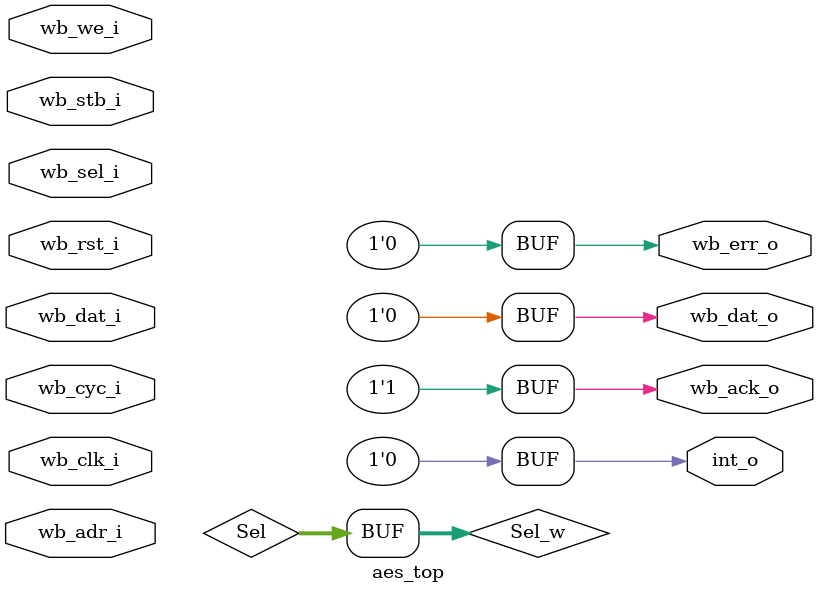
<source format=v>
module aes_top(
		 wb_adr_i, wb_cyc_i, wb_dat_i, wb_sel_i,
		 wb_stb_i, wb_we_i,
		 wb_ack_o, wb_err_o, wb_dat_o,
		 wb_clk_i, wb_rst_i, int_o
);

   parameter dw = 32;
   parameter aw = 32;

   input 	wb_adr_i;
   input 		wb_cyc_i;
   input  	wb_dat_i;
   input  		wb_sel_i;
   input 		wb_stb_i;
   input 		wb_we_i;
   
   output 		wb_ack_o;
   output 		wb_err_o;
   output   	wb_dat_o;
   output              int_o;
   
   input 		wb_clk_i;
   input 		wb_rst_i;


   assign wb_ack_o = 1'b1;
   assign wb_err_o = 1'b0;
   assign int_o = 1'b0;

   // Internal registers
   reg start;
   reg [31:0] pt [0:3];
   reg [31:0] key [0:5];

  wire [127:0] pt_big = {pt[0], pt[1], pt[2], pt[3]};
  wire [127:0] key_big = {key[0], key[1], key[2], key[3]};
  wire [127:0] ct;
  wire ct_valid;
  
  /////////////////////////////////////////////////////////////////////
  
  wire wb_rst_i;
  
reg ld, kld;
wire ld_w = ld;
wire kld_w = kld;


reg SPCREQ;
reg SPCDIS;
reg Pause;

wire SPCREQ_w = SPCREQ;
wire SPCDIS_w = SPCDIS;
wire Pause_w = Pause;



reg WSI, WRSTN, SelectWIR, ShiftWR, CaptureWR;

wire WSI_w = WSI;
wire WRSTN_w = WRSTN;
wire SelectWIR_w = SelectWIR;
wire ShiftWR_w = ShiftWR;
wire CaptureWR_w = CaptureWR;



reg [31:0] DBus;
reg [1:0] Sel;

wire [31:0] DBus_w = DBus;
wire [1:0] Sel_w = Sel;
  
  
  
  wire DWR;
  wire [31:0] DO, DAD;
  wire [31:0] TP1;
  wire TPE1;
  wire WSO;
  /////////////////////////////////////////////////////////////////////
 

   // Implement MD5 I/O memory map interface
   // Write side
   always @(posedge wb_clk_i) begin
     if(wb_rst_i) begin
       start <= 0;
       pt[0] <= 0;
       pt[1] <= 0;
       pt[2] <= 0;
       pt[3] <= 0;
       key[0] <= 0;
       key[1] <= 0;
       key[2] <= 0;
       key[3] <= 0;
     end
     else if(wb_stb_i & wb_we_i)
       case(wb_adr_i[5:1])
         0: start <= wb_dat_i[0];
         1: pt[3] <= wb_dat_i;
         2: pt[2] <= wb_dat_i;
         3: pt[1] <= wb_dat_i;
         4: pt[0] <= wb_dat_i;
         5: key[3] <= wb_dat_i;
         6: key[2] <= wb_dat_i;
         7: key[1] <= wb_dat_i;
         8: key[0] <= wb_dat_i;
		 9: ld <= wb_dat_i;
		 10: kld <= wb_dat_i;
		 11: SPCREQ <= wb_dat_i;
		 12: SPCDIS <= wb_dat_i;
		 13: Pause <= wb_dat_i;
		 14: WSI <= wb_dat_i;
		 15: WRSTN <= wb_dat_i;
		 16: SelectWIR <= wb_dat_i;
		 17: ShiftWR <= wb_dat_i;
		 18: CaptureWR <= wb_dat_i;
		 19: DBus <= wb_dat_i;
		 20: Sel <= wb_dat_i;
         default: ;
       endcase
   end // always @ (posedge wb_clk_i)

   // Implement MD5 I/O memory map interface
   // Read side
   always @(*) begin
      case(wb_adr_i[5:1])
        0: wb_dat_o = {31'b0, start};
        1: wb_dat_o = pt[3];
        2: wb_dat_o = pt[2];
        3: wb_dat_o = pt[1];
        4: wb_dat_o = pt[0];
        5: wb_dat_o = key[3];
        6: wb_dat_o = key[2];
        7: wb_dat_o = key[1];
        8: wb_dat_o = key[0];
        9: wb_dat_o = {31'b0, ct_valid};
        10: wb_dat_o = ct[127:96];
        11: wb_dat_o = ct[95:64];
        12: wb_dat_o = ct[63:32];
        13: wb_dat_o = ct[31:0];
		14: wb_dat_o = DWR;
		15: wb_dat_o = DO [31:0];
		16: wb_dat_o = DAD [31:0];
		17: wb_dat_o = TP1 [31:0];
		18: wb_dat_o = TPE1;
		19: wb_dat_o = WSO;
		
        default: wb_dat_o = 32'b0;
      endcase
   end // always @ (*)
   
  AEStopwrapper AX(
     .clk(wb_clk_i),
     .text_in(pt_big),
     .key(key_big),
     .mode(start),
     .text_out(ct),
     .done(ct_valid),
	 .WSO(WSO),
	 .DWR(DWR),
	 .DO(DO),
	 .DAD(DAD),
	 .TP1(TP1),
	 .TPE1(TPE1),
	 .SPCREQ(SPCREQ_w),
	 .SPCDIS(SPCDIS_w),
     .Pause(Pause_w),
     .WSI(WSI_w),
     .WRSTN(WRSTN_w),
     .SelectWIR(SelectWIR_w),
     .ShiftWR(ShiftWR_w),
     .CaptureWR(CaptureWR_w),
     .DBus(DBus_w),
     .Sel(Sel_w),
     .ld(ld_w),
     .kld(kld_w), 
     .MRST(wb_rst_i), 
     .MASRST(wb_rst_i),
     .rst(wb_rst_i)
	 
   );
endmodule

</source>
